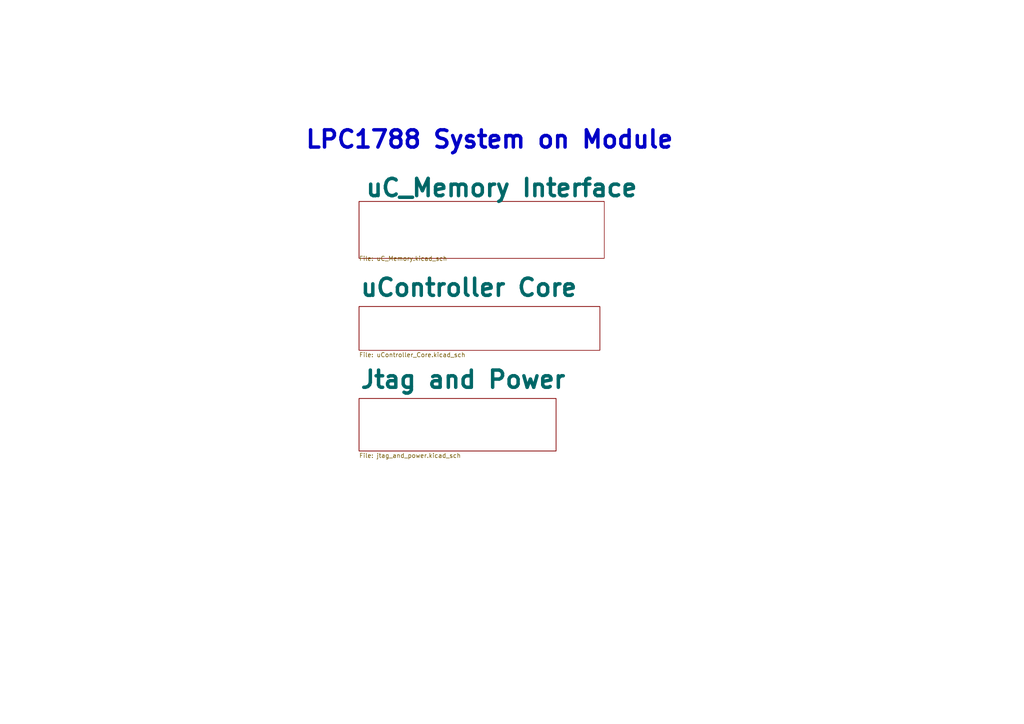
<source format=kicad_sch>
(kicad_sch (version 20231120) (generator "eeschema") (generator_version "8.0")
  (paper "A4")
  (lib_symbols
    (symbol "_MCU_NXP_LPC:LPC1788FBD208" (pin_names (offset 1.016))
      (property "Reference" "U" (at -83.9312 61.0409 0))
      (property "Value" "LPC1788FBD208" (at -83.9493 -66.1418 0))
      (symbol "LPC1788FBD208_1_0"
        (rectangle (start -83.82 -66.04) (end 83.82 60.96) (stroke (width 0.254)) (fill (type background)))
        (pin bidirectional clock (at -88.9 30.48 0) (length 5.08) (name "P0[11]/U2_RXD/I2C2_SCL/T3_MAT1") (number "100"))
        (pin bidirectional line (at 88.9 25.4 180) (length 5.08) (name "P2[13]/~{EINT3}/SD_DAT[3]/I2S_TX_SDA/LCD_VD[5]/LCD_VD[9]/LCD_VD[19]") (number "102"))
        (pin bidirectional line (at 88.9 27.94 180) (length 5.08) (name "P2[12]/~{EINT2}/SD_DAT[2]/I2S_TX_WS/LCD_VD[4]/LCD_VD[3]/LCD_VD[8]/LCD_VD[18]") (number "106"))
        (pin bidirectional clock (at 88.9 30.48 180) (length 5.08) (name "P2[11]/~{EINT1}/SD_DAT[1]/I2S_TX_SCK/LCD_CLKIN") (number "108"))
        (pin bidirectional line (at 88.9 33.02 180) (length 5.08) (name "P2[10]/~{EINT0}/~{NMI}") (number "110"))
        (pin bidirectional line (at -88.9 2.54 0) (length 5.08) (name "P0[22]/U1_RTS/SD_DAT[0]/U4_TXD/CAN_TD1") (number "116"))
        (pin bidirectional clock (at -88.9 5.08 0) (length 5.08) (name "P0[21]/U1_RI/SD_PWR/U4_OE/CAN_RD1/U4_SCLK") (number "118"))
        (pin bidirectional line (at -88.9 -7.62 0) (length 5.08) (name "P0[26]/ADC0_IN[3]/DAC_OUT/U3_RXD") (number "12"))
        (pin bidirectional clock (at -88.9 7.62 0) (length 5.08) (name "P0[20]/U1_DTR/SD_CMD/I2C1_SCL") (number "120"))
        (pin bidirectional line (at -88.9 10.16 0) (length 5.08) (name "P0[19]/U1_DSR/SD_CLK/I2C1_SDA") (number "122"))
        (pin bidirectional line (at -88.9 12.7 0) (length 5.08) (name "P0[18]/U1_DCD/SSP0_MOSI") (number "124"))
        (pin bidirectional line (at -88.9 15.24 0) (length 5.08) (name "P0[17]/U1_CTS/SSP0_MISO") (number "126"))
        (pin bidirectional clock (at -88.9 20.32 0) (length 5.08) (name "P0[15]/U1_TXD/SSP0_SCK") (number "128"))
        (pin bidirectional line (at -88.9 17.78 0) (length 5.08) (name "P0[16]/U1_RXD/SSP0_SSEL") (number "130"))
        (pin bidirectional line (at 88.9 35.56 180) (length 5.08) (name "P2[9]/USB_CONNECT1/U2_RXD/U4_RXD/ENET_MDIO/LCD_VD[3]/LCD_VD[7]") (number "132"))
        (pin bidirectional line (at 88.9 38.1 180) (length 5.08) (name "P2[8]/CAN_TD2/U2_TXD/U1_CTS/ENET_MDC/LCD_VD[2]/LCD_VD[6]") (number "134"))
        (pin bidirectional line (at 88.9 40.64 180) (length 5.08) (name "P2[7]/CAN_RD2/U1_RTS/LCD_VD[1]/LCD_VD[5]") (number "136"))
        (pin bidirectional clock (at 88.9 43.18 180) (length 5.08) (name "P2[6]/PWM1_CAP0/U1_RI/T2_CAP0/U2_OE/TRACECLK/LCD_VD[0]/LCD_VD[4]") (number "138"))
        (pin bidirectional line (at -88.9 -5.08 0) (length 5.08) (name "P0[25]/ADC0_IN[2]/I2S_RX_SDA/U3_TXD") (number "14"))
        (pin bidirectional line (at 88.9 45.72 180) (length 5.08) (name "P2[5]/PWM1[6]/U1_DTR/T2_MAT0/TRACEDATA[0]/LCD_LP") (number "140"))
        (pin bidirectional line (at 88.9 48.26 180) (length 5.08) (name "P2[4]/PWM1[5]/U1_DSR/T2_MAT1/TRACEDATA[1]/LCD_ENAB_M") (number "142"))
        (pin bidirectional line (at 88.9 50.8 180) (length 5.08) (name "P2[3]/PWM1[4]/U1_DCD/T2_MAT2/TRACEDATA[2]/LCD_FP") (number "144"))
        (pin bidirectional line (at -88.9 -58.42 0) (length 5.08) (name "P1[13]/ENET_RX_DV") (number "147"))
        (pin bidirectional clock (at 88.9 53.34 180) (length 5.08) (name "P2[2]/PWM1[3]/U1_CTS/T2_MAT3/TRACEDATA[3]/LCD_DCLK") (number "150"))
        (pin bidirectional line (at 88.9 55.88 180) (length 5.08) (name "P2[1]/PWM1[2]/U1_RXD/LCD_LE") (number "152"))
        (pin bidirectional line (at -88.9 -43.18 0) (length 5.08) (name "P1[7]/ENET_COL/SD_DAT[1]/PWM0[5]") (number "153"))
        (pin bidirectional line (at 88.9 58.42 180) (length 5.08) (name "P2[0]/PWM1[1]/U1_TXD/LCD_PWR") (number "154"))
        (pin bidirectional line (at -88.9 -38.1 0) (length 5.08) (name "P1[5]/ENET_TX_ER/SD_PWR/PWM0[3]") (number "156"))
        (pin bidirectional line (at -88.9 -55.88 0) (length 5.08) (name "P1[12]/ENET_RXD3/SD_DAT[3]/PWM0_CAP0") (number "157"))
        (pin bidirectional line (at -88.9 35.56 0) (length 5.08) (name "P0[9]/I2S_TX_SDA/SSP1_MOSI/T2_MAT3/RTC_EV2/LCD_VD[17") (number "158"))
        (pin bidirectional line (at -88.9 -2.54 0) (length 5.08) (name "P0[24]/ADC0_IN[1]/I2S_RX_WS/T3_CAP1") (number "16"))
        (pin bidirectional line (at -88.9 38.1 0) (length 5.08) (name "P0[8]/I2S_TX_WS/SSP1_MISO/T2_MAT2/RTC_EV1/LCD_VD[16]") (number "160"))
        (pin bidirectional clock (at -88.9 40.64 0) (length 5.08) (name "P0[7]/I2S_TX_SCK/SSP1_SCK/T2_MAT1/RTC_EV0/LCD_VD[9]") (number "162"))
        (pin bidirectional line (at -88.9 -53.34 0) (length 5.08) (name "P1[11]/ENET_RXD2/SD_DAT[2]/PWM0[6]") (number "163"))
        (pin bidirectional line (at -88.9 43.18 0) (length 5.08) (name "P0[6]/I2S_RX_SDA/SSP1_SSEL/T2_MAT0/U1_RTS/LCD_VD[8]") (number "164"))
        (pin bidirectional line (at -88.9 45.72 0) (length 5.08) (name "P0[5]/I2S_RX_WS/CAN_TD2/T2_CAP1/LCD_VD[1]") (number "166"))
        (pin bidirectional clock (at -88.9 48.26 0) (length 5.08) (name "P0[4]/I2S_RX_SCK/CAN_RD2/T2_CAP0/LCD_VD[0]") (number "168"))
        (pin bidirectional clock (at -88.9 -40.64 0) (length 5.08) (name "P1[6]/ENET_TX_CLK/SD_DAT[0]/PWM0[4]") (number "171"))
        (pin bidirectional line (at -88.9 -33.02 0) (length 5.08) (name "P1[3]/ENET_TXD3/SD_CMD/PWM0[2]") (number "177"))
        (pin bidirectional clock (at 88.9 -60.96 180) (length 5.08) (name "P1[17]/ENET_MDIO/I2S_RX_MCLK") (number "178"))
        (pin bidirectional clock (at -88.9 0 0) (length 5.08) (name "P0[23]/ADC0_IN[0]/I2S_RX_SCK/T3_CAP0") (number "18"))
        (pin bidirectional clock (at 88.9 -63.5 180) (length 5.08) (name "P1[16]/ENET_MDC/I2S_TX_MCLK") (number "180"))
        (pin bidirectional clock (at -88.9 -63.5 0) (length 5.08) (name "P1[15]/ENET_RX_CLK(ENET_REF_CLK)/I2C2_SDA") (number "182"))
        (pin bidirectional line (at -88.9 -60.96 0) (length 5.08) (name "P1[14]/ENET_RX_ER/T2_CAP0") (number "184"))
        (pin bidirectional clock (at -88.9 -30.48 0) (length 5.08) (name "P1[2]/ENET_TXD2/SD_CLK/PWM0[1]") (number "185"))
        (pin bidirectional line (at -88.9 -50.8 0) (length 5.08) (name "P1[10]/ENET_RXD1/T3_CAP0") (number "186"))
        (pin bidirectional line (at -88.9 -48.26 0) (length 5.08) (name "P1[9]/ENET_RXD0/T3_MAT0") (number "188"))
        (pin bidirectional line (at -88.9 -45.72 0) (length 5.08) (name "P1[8]/ENET_CRS(ENET_CRS_DV)/T3_MAT1/SSP2_SSEL") (number "190"))
        (pin bidirectional line (at -88.9 -35.56 0) (length 5.08) (name "P1[4]/ENET_TX_EN/T3_MAT2/SSP2_MISO") (number "192"))
        (pin bidirectional line (at -88.9 -27.94 0) (length 5.08) (name "P1[1]/ENET_TXD1/T3_MAT3/SSP2_MOSI") (number "194"))
        (pin bidirectional clock (at -88.9 -25.4 0) (length 5.08) (name "P1[0]/ENET_TXD0/T3_CAP1/SSP2_SCK") (number "196"))
        (pin bidirectional line (at -88.9 53.34 0) (length 5.08) (name "P0[2]/U0_TXD/U3_TXD///") (number "202"))
        (pin bidirectional line (at -88.9 50.8 0) (length 5.08) (name "P0[3]/U0_RXD/U3_RXD") (number "204"))
        (pin bidirectional line (at 88.9 -17.78 180) (length 5.08) (name "P2[30]/EMC_DQM2/I2C2_SDA/T3_MAT2") (number "31"))
        (pin bidirectional line (at 88.9 -20.32 180) (length 5.08) (name "P2[31]/EMC_DQM3/I2C2_SCL/T3_MAT3/PORT_3") (number "39"))
        (pin bidirectional clock (at 88.9 -25.4 180) (length 5.08) (name "P1[31]/~{USB_OVRCR2}/SSP1_SCK/ADC0_IN[5]/I2C0_SCL/PORT_2") (number "40"))
        (pin bidirectional line (at -88.9 27.94 0) (length 5.08) (name "P0[12]/~{USB_PPWR2}/SSP1_MISO/ADC0_IN[6]") (number "41"))
        (pin bidirectional line (at 88.9 -27.94 180) (length 5.08) (name "P1[30]/USB_PWRD2/USB_VBUS/ADC0_IN[4]/I2C0_SDA/U3_OE") (number "42"))
        (pin bidirectional line (at 88.9 -15.24 180) (length 5.08) (name "P2[29]/EMC_DQM1") (number "43"))
        (pin bidirectional line (at -88.9 25.4 0) (length 5.08) (name "P0[13]/USB_UP_LED2/SSP1_MOSI/ADC0_IN[7]") (number "45"))
        (pin bidirectional line (at 88.9 -10.16 180) (length 5.08) (name "P2[27]/EMC_CKE3/SSP0_MOSI/T3_MAT1") (number "47"))
        (pin bidirectional clock (at -88.9 -12.7 0) (length 5.08) (name "P0[28]/I2C0_SCL/USB_SCL1") (number "48"))
        (pin bidirectional line (at 88.9 -12.7 180) (length 5.08) (name "P2[28]/EMC_DQM0") (number "49"))
        (pin bidirectional line (at -88.9 -10.16 0) (length 5.08) (name "P0[27]/I2C0_SDA/USB_SDA1") (number "50"))
        (pin bidirectional line (at -88.9 -20.32 0) (length 5.08) (name "P0[31]/USB_D+2/PORT_1") (number "51"))
        (pin bidirectional line (at 88.9 -2.54 180) (length 5.08) (name "P2[24]/EMC_CKE0") (number "53"))
        (pin bidirectional line (at 88.9 -5.08 180) (length 5.08) (name "P2[25]/EMC_CKE1") (number "54"))
        (pin bidirectional line (at 88.9 -7.62 180) (length 5.08) (name "P2[26]/EMC_CKE2/SSP0_MISO/T3_MAT0") (number "57"))
        (pin bidirectional clock (at 88.9 12.7 180) (length 5.08) (name "P2[18]/EMC_CLK[0]") (number "59"))
        (pin bidirectional line (at -88.9 -15.24 0) (length 5.08) (name "P0[29]/USB_D+1/~{EINT0}/") (number "61"))
        (pin bidirectional line (at -88.9 -17.78 0) (length 5.08) (name "P0[30]/USB_D1-1/~{EINT1}") (number "62"))
        (pin bidirectional line (at 88.9 0 180) (length 5.08) (name "P2[23]/~{EMC_DYCS3}/SSP0_SSEL/T3_CAP1") (number "64"))
        (pin bidirectional line (at 88.9 -58.42 180) (length 5.08) (name "P1[18]/USB_UP_LED1/PWM1[1]/T1_CAP0/SSP1_MISO") (number "66"))
        (pin bidirectional clock (at 88.9 10.16 180) (length 5.08) (name "P2[19]/EMC_CLK[1]") (number "67"))
        (pin bidirectional line (at 88.9 -55.88 180) (length 5.08) (name "P1[19]/~{USB_TX_E1}/~{USB_PPWR1}/T1_CAP1/MC_0A/SSP1_SCK/U2_OE") (number "68"))
        (pin bidirectional line (at -88.9 22.86 0) (length 5.08) (name "P0[14]/~{USB_HSTEN2}/SSP1_SSEL/USB_CONNECT2//") (number "69"))
        (pin bidirectional clock (at 88.9 -53.34 180) (length 5.08) (name "P1[20]/USB_TX_DP1/PWM1[2]/QEI_PHA/MC_FB0/SSP0_SCK/LCD_VD[6]/LCD_VD[10]") (number "70"))
        (pin bidirectional line (at 88.9 -50.8 180) (length 5.08) (name "P1[21]/USB_TX_DM1/PWM1[3]/SSP0_SSEL/~{MC_ABORT}/LCD_VD[7]/LCD_VD[11]") (number "72"))
        (pin bidirectional line (at 88.9 7.62 180) (length 5.08) (name "P2[20]/~{EMC_DYCS0}") (number "73"))
        (pin bidirectional line (at 88.9 -48.26 180) (length 5.08) (name "P1[22]/USB_RCV1/USB_PWRD1/T1_MAT0/MC_0B/SSP1_MOSI/LCD_VD[8]/LCD_VD[12]") (number "74"))
        (pin bidirectional line (at 88.9 -45.72 180) (length 5.08) (name "P1[23]/USB_RX_DP1/PWM1[4]/QEI_PHB/MC_FB1/SSP0_MISO/LCD_VD[9]/LCD_VD[13]") (number "76"))
        (pin bidirectional line (at 88.9 -43.18 180) (length 5.08) (name "P1[24]/USB_RX_DM1/PWM1[5]/QEI_IDX/MC_FB2/SSP0_MOSI/LCD_VD[10]/LCD_VD[14]") (number "78"))
        (pin bidirectional clock (at 88.9 -40.64 180) (length 5.08) (name "P1[25]/~{USB_LS1}/~{USB_HSTEN1}/T1_MAT1/MC_1A/CLKOUT/LCD_VD[11]/LCD_VD[15]") (number "80"))
        (pin bidirectional line (at 88.9 5.08 180) (length 5.08) (name "P2[21]/~{EMC_DYCS1}") (number "81"))
        (pin bidirectional line (at 88.9 -38.1 180) (length 5.08) (name "P1[26]/~{USB_SSPND1}/PWM1[6]/T0_CAP0/MC_1B/SSP1_SSEL/LCD_VD[12]/LCD_VD[20]") (number "82"))
        (pin bidirectional clock (at 88.9 2.54 180) (length 5.08) (name "P2[22]/~{EMC_DYCS2}/SSP0_SCK/T3_CAP0") (number "85"))
        (pin bidirectional line (at 88.9 17.78 180) (length 5.08) (name "P2[16]/~{EMC_CAS}") (number "87"))
        (pin bidirectional clock (at 88.9 -35.56 180) (length 5.08) (name "P1[27]/~{USB_INT1}/~{USB_OVRCR1}/T0_CAP1/CLKOUT/LCD_VD[13]/LCD_VD[21]") (number "88"))
        (pin bidirectional line (at 88.9 -33.02 180) (length 5.08) (name "P1[28]/USB_SCL1/PWM1_CAP0/T0_MAT0/MC_2A/SSP0_SSEL/LCD_VD[14]/LCD_VD[22]") (number "90"))
        (pin bidirectional line (at 88.9 22.86 180) (length 5.08) (name "P2[14]/~{EMC_CS2}/I2C1_SDA/T2_CAP0") (number "91"))
        (pin bidirectional line (at 88.9 -30.48 180) (length 5.08) (name "P1[29]/USB_SDA1/PWM1_CAP1/T0_MAT1/MC_2B/U4_TXD/LCD_VD[15]/LCD_VD[23]") (number "92"))
        (pin bidirectional line (at -88.9 58.42 0) (length 5.08) (name "P0[0]/CAN_RD1/U3_TXD/I2C1_SDA/U0_TXD") (number "94"))
        (pin bidirectional line (at 88.9 15.24 180) (length 5.08) (name "P2[17]/~{EMC_RAS}") (number "95"))
        (pin bidirectional line (at -88.9 55.88 0) (length 5.08) (name "P0[1]/CAN_TD1/U3_RXD/I2C1_SCL/U0_RXD") (number "96"))
        (pin bidirectional line (at -88.9 33.02 0) (length 5.08) (name "P0[10]/U2_TXD/I2C2_SDA/T3_MAT0") (number "98"))
        (pin bidirectional clock (at 88.9 20.32 180) (length 5.08) (name "P2[15]/~{EMC_CS3}/I2C1_SCL/T2_CAP1") (number "99"))
      )
      (symbol "LPC1788FBD208_2_0"
        (rectangle (start -76.2 -50.8) (end 63.5 48.26) (stroke (width 0.254)) (fill (type background)))
        (pin bidirectional line (at -81.28 15.24 0) (length 5.08) (name "P3[12]/EMC_D[12]") (number "1"))
        (pin bidirectional line (at 68.58 5.08 180) (length 5.08) (name "P4[16]/EMC_A[16]") (number "101"))
        (pin bidirectional line (at 68.58 35.56 180) (length 5.08) (name "P4[4]/EMC_A[4]") (number "103"))
        (pin bidirectional line (at 68.58 2.54 180) (length 5.08) (name "P4[17]/EMC_A[17]") (number "104"))
        (pin bidirectional line (at 68.58 0 180) (length 5.08) (name "P4[18]/EMC_A[18]") (number "105"))
        (pin bidirectional line (at 68.58 33.02 180) (length 5.08) (name "P4[5]/EMC_A[5]") (number "107"))
        (pin bidirectional clock (at 68.58 -5.08 180) (length 5.08) (name "P4[20]/EMC_A[20]/I2C2_SDA/SSP1_SCK") (number "109"))
        (pin bidirectional line (at -81.28 -27.94 0) (length 5.08) (name "P3[29]/EMC_D[29]/PWM1[6]/T1_MAT0") (number "11"))
        (pin bidirectional line (at 68.58 -2.54 180) (length 5.08) (name "P4[19]/EMC_A[19]") (number "111"))
        (pin bidirectional line (at 68.58 30.48 180) (length 5.08) (name "P4[6]/EMC_A[6]") (number "113"))
        (pin bidirectional line (at 68.58 -7.62 180) (length 5.08) (name "P4[21]/EMC_A[21]/I2C2_SCL/SSP1_SSEL") (number "115"))
        (pin bidirectional line (at 68.58 -43.18 180) (length 5.08) (name "P5[2]/T3_MAT2/I2C0_SDA") (number "117"))
        (pin bidirectional line (at 68.58 -20.32 180) (length 5.08) (name "P4[26]/~{EMC_BLS0}") (number "119"))
        (pin bidirectional line (at 68.58 27.94 180) (length 5.08) (name "P4[7]/EMC_A[7]") (number "121"))
        (pin bidirectional line (at 68.58 -10.16 180) (length 5.08) (name "P4[22]/EMC_A[22]/U2_TXD/SSP1_MISO") (number "123"))
        (pin bidirectional line (at 68.58 25.4 180) (length 5.08) (name "P4[8]/EMC_A[8]") (number "127"))
        (pin bidirectional line (at 68.58 -12.7 180) (length 5.08) (name "P4[23]/EMC_A[23]/U2_RXD/SSP1_MOSI") (number "129"))
        (pin bidirectional line (at -81.28 35.56 0) (length 5.08) (name "P3[4]/EMC_D[4]") (number "13"))
        (pin bidirectional line (at 68.58 22.86 180) (length 5.08) (name "P4[9]/EMC_A[9]") (number "131"))
        (pin bidirectional line (at 68.58 20.32 180) (length 5.08) (name "P4[10]/EMC_A[10]") (number "135"))
        (pin bidirectional line (at -81.28 5.08 0) (length 5.08) (name "P3[16]/EMC_D[16]/PWM0[1]/U1_TXD") (number "137"))
        (pin bidirectional line (at 68.58 -22.86 180) (length 5.08) (name "P4[27]/~{EMC_BLS1}") (number "139"))
        (pin bidirectional clock (at 68.58 -45.72 180) (length 5.08) (name "P5[3]/U4_RXD/I2C0_SCL") (number "141"))
        (pin bidirectional line (at -81.28 2.54 0) (length 5.08) (name "P3[17]/EMC_D[17]/PWM0[2]/U1_RXD") (number "143"))
        (pin bidirectional line (at 68.58 17.78 180) (length 5.08) (name "P4[11]/EMC_A[11]") (number "145"))
        (pin bidirectional line (at 68.58 15.24 180) (length 5.08) (name "P4[12]/EMC_A[12]") (number "149"))
        (pin bidirectional line (at -81.28 0 0) (length 5.08) (name "P3[18]/EMC_D[18]/PWM0[3]/U1_CTS") (number "151"))
        (pin bidirectional line (at 68.58 12.7 180) (length 5.08) (name "P4[13]/EMC_A[13]") (number "155"))
        (pin bidirectional line (at 68.58 10.16 180) (length 5.08) (name "P4[14]/EMC_A[14]") (number "159"))
        (pin bidirectional line (at -81.28 -2.54 0) (length 5.08) (name "P3[19]/EMC_D[19]/PWM0[4]/U1_DCD") (number "161"))
        (pin bidirectional line (at -81.28 -5.08 0) (length 5.08) (name "P3[20]/EMC_D[20]/PWM0[5]/U1_DSR") (number "167"))
        (pin bidirectional line (at -81.28 33.02 0) (length 5.08) (name "P3[5]/EMC_D[5]") (number "17"))
        (pin bidirectional line (at 68.58 -25.4 180) (length 5.08) (name "P4[28]/~{EMC_BLS2}/U3_TXD/T2_MAT0/LCD_VD[6]/LCD_VD[10]/LCD_VD[2]") (number "170"))
        (pin bidirectional line (at 68.58 7.62 180) (length 5.08) (name "P4[15]/EMC_A[15]") (number "173"))
        (pin bidirectional line (at -81.28 -7.62 0) (length 5.08) (name "P3[21]/EMC_D[21]/PWM0[6]/U1_DTR") (number "175"))
        (pin bidirectional clock (at 68.58 -27.94 180) (length 5.08) (name "P4[29]/~{EMC_BLS3}/U3_RXD/T2_MAT1/I2C2_SCL/LCD_VD[7]/LCD_VD[11]/LCD_VD[3]") (number "176"))
        (pin bidirectional line (at 68.58 -17.78 180) (length 5.08) (name "P4[25]/~{EMC_WE}") (number "179"))
        (pin bidirectional line (at 68.58 -15.24 180) (length 5.08) (name "P4[24]/~{EMC_OE}") (number "183"))
        (pin bidirectional line (at 68.58 -30.48 180) (length 5.08) (name "P4[30]/~{EMC_CS0}") (number "187"))
        (pin bidirectional line (at -81.28 -30.48 0) (length 5.08) (name "P3[30]/EMC_D[30]/U1_RTS/T1_MAT1") (number "19"))
        (pin bidirectional line (at -81.28 25.4 0) (length 5.08) (name "P3[8]/EMC_D[8]") (number "191"))
        (pin bidirectional line (at 68.58 -33.02 180) (length 5.08) (name "P4[31]/EMC_CS1/PORT_5") (number "193"))
        (pin bidirectional line (at -81.28 -10.16 0) (length 5.08) (name "P3[22]/EMC_D[22]/PWM0_CAP0/U1_RI") (number "195"))
        (pin bidirectional line (at -81.28 45.72 0) (length 5.08) (name "P3[0]/EMC_D[0]") (number "197"))
        (pin bidirectional line (at -81.28 22.86 0) (length 5.08) (name "P3[9]/EMC_D[9]") (number "199"))
        (pin bidirectional line (at -81.28 43.18 0) (length 5.08) (name "P3[1]EMC_D[1]") (number "201"))
        (pin bidirectional line (at -81.28 -22.86 0) (length 5.08) (name "P3[27]/EMC_D[27]/PWM1[4]/T1_CAP0") (number "203"))
        (pin bidirectional line (at -81.28 20.32 0) (length 5.08) (name "P3[10]/EMC_D[10]") (number "205"))
        (pin bidirectional line (at 68.58 -48.26 180) (length 5.08) (name "P5[4]/U0_OE/T3_MAT3/U4_TXD") (number "206"))
        (pin bidirectional line (at -81.28 40.64 0) (length 5.08) (name "P3[2]/EMC_D[2]") (number "207"))
        (pin bidirectional line (at -81.28 17.78 0) (length 5.08) (name "P3[11]/EMC_D[11]") (number "208"))
        (pin bidirectional line (at -81.28 10.16 0) (length 5.08) (name "P3[14]/EMC_D[14]") (number "21"))
        (pin bidirectional line (at -81.28 30.48 0) (length 5.08) (name "P3[6]/EMC_D[6]") (number "23"))
        (pin bidirectional line (at -81.28 -33.02 0) (length 5.08) (name "P3[31]/EMC_D[31]/T1_MAT2/PORT_4") (number "25"))
        (pin bidirectional line (at -81.28 27.94 0) (length 5.08) (name "P3[7]/EMC_D[7]") (number "27"))
        (pin bidirectional line (at -81.28 7.62 0) (length 5.08) (name "P3[15]/EMC_D[15]") (number "28"))
        (pin bidirectional line (at -81.28 38.1 0) (length 5.08) (name "P3[3]/EMC_D[3]") (number "3"))
        (pin bidirectional line (at 68.58 -40.64 180) (length 5.08) (name "P5[1]/EMC_A[25]/SSP2_MISO/T2_MAT3") (number "30"))
        (pin bidirectional line (at -81.28 -25.4 0) (length 5.08) (name "P3[28]/EMC_D[28]/PWM1[5]/T1_CAP1") (number "5"))
        (pin bidirectional clock (at -81.28 -20.32 0) (length 5.08) (name "P3[26]/EMC_D[26]/PWM1[3]/T0_MAT1/STCLK") (number "55"))
        (pin bidirectional line (at -81.28 -17.78 0) (length 5.08) (name "P3[25]/EMC_D[25]/PWM1[2]/T0_MAT0") (number "56"))
        (pin bidirectional line (at -81.28 -15.24 0) (length 5.08) (name "P3[24]/EMC_D[24]/PWM1[1]/T0_CAP1") (number "58"))
        (pin bidirectional line (at -81.28 -12.7 0) (length 5.08) (name "P3[23]/EMC_D[23]/PWM1_CAP0/T0_CAP0") (number "65"))
        (pin bidirectional line (at -81.28 12.7 0) (length 5.08) (name "P3[13]/EMC_D[13]") (number "7"))
        (pin bidirectional line (at 68.58 45.72 180) (length 5.08) (name "P4[0]/EMC_A[0]") (number "75"))
        (pin bidirectional line (at 68.58 43.18 180) (length 5.08) (name "P4[1]/EMC_A[1]") (number "79"))
        (pin bidirectional line (at 68.58 40.64 180) (length 5.08) (name "P4[2]/EMC_A[2]") (number "83"))
        (pin bidirectional line (at 68.58 -38.1 180) (length 5.08) (name "P5[0]/EMC_A[24]/SSP2_MOSI/T2_MAT2") (number "9"))
        (pin bidirectional line (at 68.58 38.1 180) (length 5.08) (name "P4[3]/EMC_A[3]") (number "97"))
      )
      (symbol "LPC1788FBD208_3_0"
        (rectangle (start -22.86 -27.94) (end 20.32 22.86) (stroke (width 0.254)) (fill (type background)))
        (pin input clock (at -27.94 -2.54 0) (length 5.08) (name "JTAG_TCK(SWDCLK)") (number "10"))
        (pin power_in line (at 25.4 17.78 180) (length 5.08) (name "VDD(3V3)") (number "112"))
        (pin power_in line (at 25.4 -20.32 180) (length 5.08) (name "VSS") (number "114"))
        (pin power_in line (at 25.4 17.78 180) (length 5.08) (name "VDD(3V3)") (number "125"))
        (pin power_in line (at 25.4 -20.32 180) (length 5.08) (name "VSS") (number "133"))
        (pin power_in line (at 25.4 17.78 180) (length 5.08) (name "VDD(3V3)") (number "146"))
        (pin power_in line (at 25.4 -20.32 180) (length 5.08) (name "VSS") (number "148"))
        (pin power_in line (at 25.4 17.78 180) (length 5.08) (name "VDD(3V3)") (number "15"))
        (pin power_in line (at 25.4 17.78 180) (length 5.08) (name "VDD(3V3)") (number "165"))
        (pin power_in line (at 25.4 -20.32 180) (length 5.08) (name "VSS") (number "169"))
        (pin power_in line (at 25.4 -25.4 180) (length 5.08) (name "VSSREG") (number "172"))
        (pin power_in line (at 25.4 20.32 180) (length 5.08) (name "VDD(REG)(3V3)") (number "174"))
        (pin power_in line (at 25.4 17.78 180) (length 5.08) (name "VDD(3V3)") (number "181"))
        (pin power_in line (at 25.4 -20.32 180) (length 5.08) (name "VSS") (number "189"))
        (pin power_in line (at 25.4 17.78 180) (length 5.08) (name "VDD(3V3)") (number "198"))
        (pin output line (at 25.4 5.08 180) (length 5.08) (name "JTAG_TDO(SWO)") (number "2"))
        (pin power_in line (at 25.4 15.24 180) (length 5.08) (name "VDDA") (number "20"))
        (pin power_in line (at 25.4 -20.32 180) (length 5.08) (name "VSS") (number "200"))
        (pin power_in line (at 25.4 -22.86 180) (length 5.08) (name "VSSA") (number "22"))
        (pin power_in line (at 25.4 12.7 180) (length 5.08) (name "VREFP") (number "24"))
        (pin power_in line (at 25.4 20.32 180) (length 5.08) (name "VDD(REG)(3V3)") (number "26"))
        (pin output line (at 25.4 7.62 180) (length 5.08) (name "~{RSTOUT}") (number "29"))
        (pin power_in line (at 25.4 -25.4 180) (length 5.08) (name "VSSREG") (number "32"))
        (pin power_in line (at 25.4 -20.32 180) (length 5.08) (name "VSS") (number "33"))
        (pin input line (at -27.94 -5.08 0) (length 5.08) (name "RTCX1") (number "34"))
        (pin input line (at -27.94 7.62 0) (length 5.08) (name "~{RESET}") (number "35"))
        (pin output line (at 25.4 -5.08 180) (length 5.08) (name "RTCX2") (number "36"))
        (pin output line (at 25.4 2.54 180) (length 5.08) (name "RTC_ALARM") (number "37"))
        (pin input line (at -27.94 -10.16 0) (length 5.08) (name "VBAT") (number "38"))
        (pin input line (at -27.94 5.08 0) (length 5.08) (name "JTAG_TDI") (number "4"))
        (pin input line (at -27.94 -7.62 0) (length 5.08) (name "XTAL1") (number "44"))
        (pin output line (at 25.4 -7.62 180) (length 5.08) (name "XTAL2") (number "46"))
        (pin bidirectional line (at -27.94 -15.24 0) (length 5.08) (name "USB_D-2") (number "52"))
        (pin input line (at -27.94 2.54 0) (length 5.08) (name "JTAG_TMS(SWDIO)") (number "6"))
        (pin power_in line (at 25.4 17.78 180) (length 5.08) (name "VDD(3V3)") (number "60"))
        (pin power_in line (at 25.4 -20.32 180) (length 5.08) (name "VSS") (number "63"))
        (pin power_in line (at 25.4 17.78 180) (length 5.08) (name "VDD(3V3)") (number "71"))
        (pin power_in line (at 25.4 -20.32 180) (length 5.08) (name "VSS") (number "77"))
        (pin input line (at -27.94 0 0) (length 5.08) (name "JTAG_~{TRST}") (number "8"))
        (pin power_in line (at 25.4 -25.4 180) (length 5.08) (name "VSSREG") (number "84"))
        (pin power_in line (at 25.4 20.32 180) (length 5.08) (name "VDD(REG)(3V3)") (number "86"))
        (pin power_in line (at 25.4 17.78 180) (length 5.08) (name "VDD(3V3)") (number "89"))
        (pin power_in line (at 25.4 -20.32 180) (length 5.08) (name "VSS") (number "93"))
      )
    )
  )
  (text "LPC1788 System on Module" (at 141.986 40.64 0) (effects (font (size 5 5) (thickness 1) (bold yes))))
  (symbol (lib_id "_MCU_NXP_LPC:LPC1788FBD208") (at -30.48 124.46 0) (unit 3)
    (property "Reference" "U101" (at -31.75 96.52 0))
    (property "Value" "LPC1788FBD208" (at -31.75 99.06 0))
    (property "Footprint" "LPC1788FBD208:QFP50P3000X3000X160-208N" (effects (hide yes)))
    (property "MF" "NXP USA" (effects (hide yes)))
    (property "Description_1" "\nARM® Cortex®-M3 LPC17xx Microcontroller IC 32-Bit 120MHz 512KB (512K x 8) FLASH 208-LQFP (28x28)\n" (effects (hide yes)))
    (property "Package" "QFP-208 NXP" (effects (hide yes)))
    (property "Price" "None" (effects (hide yes)))
    (property "Check_prices" "https://www.snapeda.com/parts/LPC1788FBD208/NXP+USA+Inc./view-part/?ref=eda" (effects (hide yes)))
    (property "STANDARD" "IPC-7351B" (effects (hide yes)))
    (property "PARTREV" "4.1" (effects (hide yes)))
    (property "SnapEDA_Link" "https://www.snapeda.com/parts/LPC1788FBD208/NXP+USA+Inc./view-part/?ref=snap" (effects (hide yes)))
    (property "MP" "LPC1788FBD208" (effects (hide yes)))
    (property "Availability" "Not in stock" (effects (hide yes)))
    (property "MANUFACTURER" "NXP" (effects (hide yes)))
  )
  (symbol (lib_id "_MCU_NXP_LPC:LPC1788FBD208") (at -90.17 -10.16 0) (unit 1)
    (property "Reference" "U101" (at -90.17 -76.2 0))
    (property "Value" "LPC1788FBD208" (at -90.17 -73.66 0))
    (property "Footprint" "LPC1788FBD208:QFP50P3000X3000X160-208N" (effects (hide yes)))
    (property "MF" "NXP USA" (effects (hide yes)))
    (property "Description_1" "\nARM® Cortex®-M3 LPC17xx Microcontroller IC 32-Bit 120MHz 512KB (512K x 8) FLASH 208-LQFP (28x28)\n" (effects (hide yes)))
    (property "Package" "QFP-208 NXP" (effects (hide yes)))
    (property "Price" "None" (effects (hide yes)))
    (property "Check_prices" "https://www.snapeda.com/parts/LPC1788FBD208/NXP+USA+Inc./view-part/?ref=eda" (effects (hide yes)))
    (property "STANDARD" "IPC-7351B" (effects (hide yes)))
    (property "PARTREV" "4.1" (effects (hide yes)))
    (property "SnapEDA_Link" "https://www.snapeda.com/parts/LPC1788FBD208/NXP+USA+Inc./view-part/?ref=snap" (effects (hide yes)))
    (property "MP" "LPC1788FBD208" (effects (hide yes)))
    (property "Availability" "Not in stock" (effects (hide yes)))
    (property "MANUFACTURER" "NXP" (effects (hide yes)))
  )
  (sheet (at 104.14 58.42) (size 71.12 16.51) (stroke (width 0.1524))
    (property "Sheetname" "uC_Memory Interface" (at 105.664 57.404 0) (effects (font (size 5 5) (bold yes)) (justify left bottom)))
    (property "Sheetfile" "uC_Memory.kicad_sch" (at 104.14 74.2446 0) (effects (justify left top)))
  )
  (sheet (at 104.14 88.9) (size 69.85 12.7) (stroke (width 0.1524))
    (property "Sheetname" "uController Core" (at 104.14 86.3234 0) (effects (font (size 5 5) (bold yes)) (justify left bottom)))
    (property "Sheetfile" "uController_Core.kicad_sch" (at 104.14 102.1846 0) (effects (justify left top)))
  )
  (sheet (at 104.14 115.57) (size 57.15 15.24) (stroke (width 0.1524))
    (property "Sheetname" "Jtag and Power" (at 104.14 112.9934 0) (effects (font (size 5 5) (bold yes)) (justify left bottom)))
    (property "Sheetfile" "jtag_and_power.kicad_sch" (at 104.14 131.3946 0) (effects (justify left top)))
  )
)
</source>
